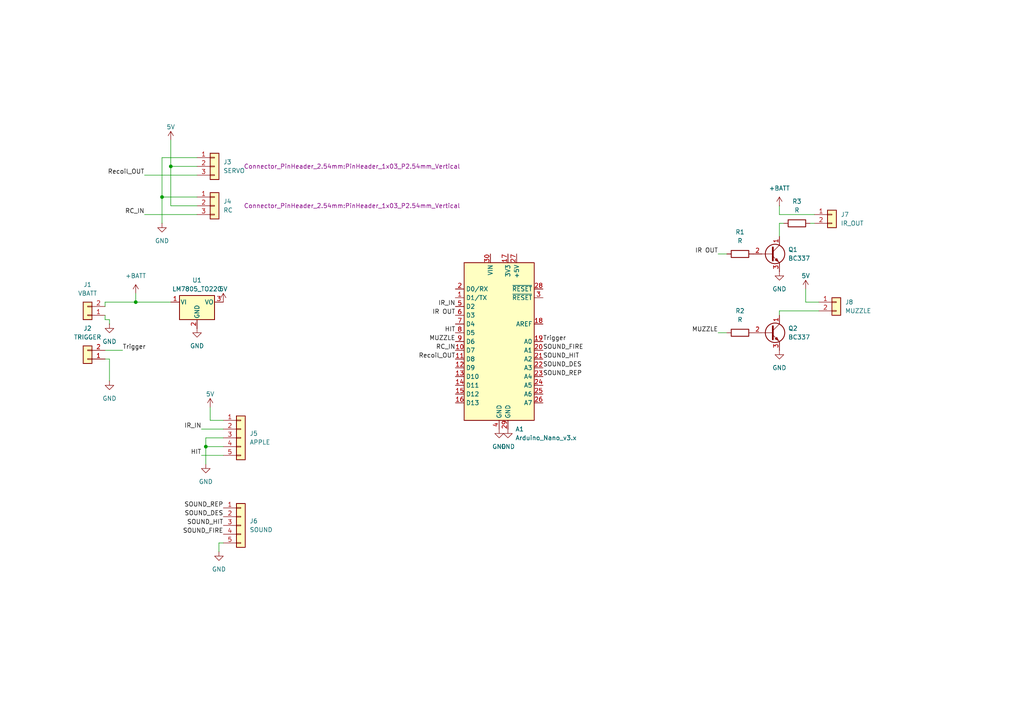
<source format=kicad_sch>
(kicad_sch (version 20250114) (generator "eeschema") (generator_version "9.0")
  (paper "A4")
  (lib_symbols
    (symbol "Connector_Generic:Conn_01x02" (pin_names (offset 1.016) (hide yes))
      (property "Reference" "J" (at 0 2.54 0))
      (property "Value" "Conn_01x02" (at 0 -5.08 0))
      (symbol "Conn_01x02_1_1"
        (rectangle (start -1.27 1.27) (end 1.27 -3.81) (stroke (width 0.254)) (fill (type background)))
        (rectangle (start -1.27 0.127) (end 0 -0.127) (stroke (width 0.1524)))
        (rectangle (start -1.27 -2.413) (end 0 -2.667) (stroke (width 0.1524)))
        (pin passive line (at -5.08 0 0) (length 3.81) (name "Pin_1") (number "1"))
        (pin passive line (at -5.08 -2.54 0) (length 3.81) (name "Pin_2") (number "2"))
      )
    )
    (symbol "Connector_Generic:Conn_01x03" (pin_names (offset 1.016) (hide yes))
      (property "Reference" "J" (at 0 5.08 0))
      (property "Value" "Conn_01x03" (at 0 -5.08 0))
      (symbol "Conn_01x03_1_1"
        (rectangle (start -1.27 3.81) (end 1.27 -3.81) (stroke (width 0.254)) (fill (type background)))
        (rectangle (start -1.27 2.667) (end 0 2.413) (stroke (width 0.1524)))
        (rectangle (start -1.27 0.127) (end 0 -0.127) (stroke (width 0.1524)))
        (rectangle (start -1.27 -2.413) (end 0 -2.667) (stroke (width 0.1524)))
        (pin passive line (at -5.08 2.54 0) (length 3.81) (name "Pin_1") (number "1"))
        (pin passive line (at -5.08 0 0) (length 3.81) (name "Pin_2") (number "2"))
        (pin passive line (at -5.08 -2.54 0) (length 3.81) (name "Pin_3") (number "3"))
      )
    )
    (symbol "Connector_Generic:Conn_01x05" (pin_names (offset 1.016) (hide yes))
      (property "Reference" "J" (at 0 7.62 0))
      (property "Value" "Conn_01x05" (at 0 -7.62 0))
      (symbol "Conn_01x05_1_1"
        (rectangle (start -1.27 6.35) (end 1.27 -6.35) (stroke (width 0.254)) (fill (type background)))
        (rectangle (start -1.27 5.207) (end 0 4.953) (stroke (width 0.1524)))
        (rectangle (start -1.27 2.667) (end 0 2.413) (stroke (width 0.1524)))
        (rectangle (start -1.27 0.127) (end 0 -0.127) (stroke (width 0.1524)))
        (rectangle (start -1.27 -2.413) (end 0 -2.667) (stroke (width 0.1524)))
        (rectangle (start -1.27 -4.953) (end 0 -5.207) (stroke (width 0.1524)))
        (pin passive line (at -5.08 5.08 0) (length 3.81) (name "Pin_1") (number "1"))
        (pin passive line (at -5.08 2.54 0) (length 3.81) (name "Pin_2") (number "2"))
        (pin passive line (at -5.08 0 0) (length 3.81) (name "Pin_3") (number "3"))
        (pin passive line (at -5.08 -2.54 0) (length 3.81) (name "Pin_4") (number "4"))
        (pin passive line (at -5.08 -5.08 0) (length 3.81) (name "Pin_5") (number "5"))
      )
    )
    (symbol "Device:R" (pin_numbers (hide yes)) (pin_names (offset 0))
      (property "Reference" "R" (at 2.032 0 90))
      (property "Value" "R" (at 0 0 90))
      (symbol "R_0_1"
        (rectangle (start -1.016 -2.54) (end 1.016 2.54) (stroke (width 0.254)))
      )
      (symbol "R_1_1"
        (pin passive line (at 0 3.81 270) (length 1.27) (name "~") (number "1"))
        (pin passive line (at 0 -3.81 90) (length 1.27) (name "~") (number "2"))
      )
    )
    (symbol "MCU_Module:Arduino_Nano_v3.x"
      (property "Reference" "A" (at -10.16 23.495 0))
      (property "Value" "Arduino_Nano_v3.x" (at 5.08 -24.13 0))
      (symbol "Arduino_Nano_v3.x_0_1"
        (rectangle (start -10.16 22.86) (end 10.16 -22.86) (stroke (width 0.254)) (fill (type background)))
      )
      (symbol "Arduino_Nano_v3.x_1_1"
        (pin bidirectional line (at -12.7 15.24 0) (length 2.54) (name "D0/RX") (number "2"))
        (pin bidirectional line (at -12.7 12.7 0) (length 2.54) (name "D1/TX") (number "1"))
        (pin bidirectional line (at -12.7 10.16 0) (length 2.54) (name "D2") (number "5"))
        (pin bidirectional line (at -12.7 7.62 0) (length 2.54) (name "D3") (number "6"))
        (pin bidirectional line (at -12.7 5.08 0) (length 2.54) (name "D4") (number "7"))
        (pin bidirectional line (at -12.7 2.54 0) (length 2.54) (name "D5") (number "8"))
        (pin bidirectional line (at -12.7 0 0) (length 2.54) (name "D6") (number "9"))
        (pin bidirectional line (at -12.7 -2.54 0) (length 2.54) (name "D7") (number "10"))
        (pin bidirectional line (at -12.7 -5.08 0) (length 2.54) (name "D8") (number "11"))
        (pin bidirectional line (at -12.7 -7.62 0) (length 2.54) (name "D9") (number "12"))
        (pin bidirectional line (at -12.7 -10.16 0) (length 2.54) (name "D10") (number "13"))
        (pin bidirectional line (at -12.7 -12.7 0) (length 2.54) (name "D11") (number "14"))
        (pin bidirectional line (at -12.7 -15.24 0) (length 2.54) (name "D12") (number "15"))
        (pin bidirectional line (at -12.7 -17.78 0) (length 2.54) (name "D13") (number "16"))
        (pin power_in line (at -2.54 25.4 270) (length 2.54) (name "VIN") (number "30"))
        (pin power_in line (at 0 -25.4 90) (length 2.54) (name "GND") (number "4"))
        (pin power_out line (at 2.54 25.4 270) (length 2.54) (name "3V3") (number "17"))
        (pin power_in line (at 2.54 -25.4 90) (length 2.54) (name "GND") (number "29"))
        (pin power_out line (at 5.08 25.4 270) (length 2.54) (name "+5V") (number "27"))
        (pin input line (at 12.7 15.24 180) (length 2.54) (name "~{RESET}") (number "28"))
        (pin input line (at 12.7 12.7 180) (length 2.54) (name "~{RESET}") (number "3"))
        (pin input line (at 12.7 5.08 180) (length 2.54) (name "AREF") (number "18"))
        (pin bidirectional line (at 12.7 0 180) (length 2.54) (name "A0") (number "19"))
        (pin bidirectional line (at 12.7 -2.54 180) (length 2.54) (name "A1") (number "20"))
        (pin bidirectional line (at 12.7 -5.08 180) (length 2.54) (name "A2") (number "21"))
        (pin bidirectional line (at 12.7 -7.62 180) (length 2.54) (name "A3") (number "22"))
        (pin bidirectional line (at 12.7 -10.16 180) (length 2.54) (name "A4") (number "23"))
        (pin bidirectional line (at 12.7 -12.7 180) (length 2.54) (name "A5") (number "24"))
        (pin bidirectional line (at 12.7 -15.24 180) (length 2.54) (name "A6") (number "25"))
        (pin bidirectional line (at 12.7 -17.78 180) (length 2.54) (name "A7") (number "26"))
      )
    )
    (symbol "Regulator_Linear:LM7805_TO220" (pin_names (offset 0.254))
      (property "Reference" "U" (at -3.81 3.175 0))
      (property "Value" "LM7805_TO220" (at 0 3.175 0))
      (symbol "LM7805_TO220_0_1"
        (rectangle (start -5.08 1.905) (end 5.08 -5.08) (stroke (width 0.254)) (fill (type background)))
      )
      (symbol "LM7805_TO220_1_1"
        (pin power_in line (at -7.62 0 0) (length 2.54) (name "VI") (number "1"))
        (pin power_in line (at 0 -7.62 90) (length 2.54) (name "GND") (number "2"))
        (pin power_out line (at 7.62 0 180) (length 2.54) (name "VO") (number "3"))
      )
    )
    (symbol "SparkFun-PowerSymbol:5V" (power) (pin_names (offset 0))
      (property "Value" "5V" (at 0 3.81 0))
      (symbol "5V_0_1"
        (polyline (pts (xy -0.762 1.27) (xy 0 2.54)))
        (polyline (pts (xy 0 2.54) (xy 0.762 1.27)))
        (polyline (pts (xy 0 0) (xy 0 2.54)))
      )
      (symbol "5V_1_1"
        (pin power_in line (at 0 0 90) (length 0) (hide yes) (name "5V") (number "1"))
      )
    )
    (symbol "Transistor_BJT:BC337" (pin_names (offset 0) (hide yes))
      (property "Reference" "Q" (at 5.08 1.905 0))
      (property "Value" "BC337" (at 5.08 0 0))
      (symbol "BC337_0_1"
        (polyline (pts (xy -2.54 0) (xy 0.635 0)))
        (polyline (pts (xy 0.635 1.905) (xy 0.635 -1.905)) (stroke (width 0.508)))
        (circle (center 1.27 0) (radius 2.8194) (stroke (width 0.254)))
      )
      (symbol "BC337_1_1"
        (polyline (pts (xy 0.635 0.635) (xy 2.54 2.54)))
        (polyline (pts (xy 0.635 -0.635) (xy 2.54 -2.54)))
        (polyline (pts (xy 1.27 -1.778) (xy 1.778 -1.27) (xy 2.286 -2.286) (xy 1.27 -1.778)) (fill (type outline)))
        (pin input line (at -5.08 0 0) (length 2.54) (name "B") (number "2"))
        (pin passive line (at 2.54 5.08 270) (length 2.54) (name "C") (number "1"))
        (pin passive line (at 2.54 -5.08 90) (length 2.54) (name "E") (number "3"))
      )
    )
    (symbol "power:+BATT" (power) (pin_numbers (hide yes)) (pin_names (offset 0) (hide yes))
      (property "Value" "+BATT" (at 0 3.556 0))
      (symbol "+BATT_0_1"
        (polyline (pts (xy -0.762 1.27) (xy 0 2.54)))
        (polyline (pts (xy 0 2.54) (xy 0.762 1.27)))
        (polyline (pts (xy 0 0) (xy 0 2.54)))
      )
      (symbol "+BATT_1_1"
        (pin power_in line (at 0 0 90) (length 0) (name "~") (number "1"))
      )
    )
    (symbol "power:GND" (power) (pin_numbers (hide yes)) (pin_names (offset 0) (hide yes))
      (property "Value" "GND" (at 0 -3.81 0))
      (symbol "GND_0_1"
        (polyline (pts (xy 0 0) (xy 0 -1.27) (xy 1.27 -1.27) (xy 0 -2.54) (xy -1.27 -1.27) (xy 0 -1.27)))
      )
      (symbol "GND_1_1"
        (pin power_in line (at 0 0 270) (length 0) (name "~") (number "1"))
      )
    )
  )
  (junction (at 59.69 129.54))
  (junction (at 39.37 87.63))
  (junction (at 49.53 48.26))
  (junction (at 46.99 57.15))
  (wire (pts (xy 60.96 118.11) (xy 60.96 121.92)))
  (wire (pts (xy 49.53 40.64) (xy 49.53 48.26)))
  (wire (pts (xy 46.99 57.15) (xy 57.15 57.15)))
  (wire (pts (xy 64.77 129.54) (xy 59.69 129.54)))
  (wire (pts (xy 57.15 45.72) (xy 46.99 45.72)))
  (wire (pts (xy 30.48 104.14) (xy 31.75 104.14)))
  (wire (pts (xy 226.06 62.23) (xy 236.22 62.23)))
  (wire (pts (xy 59.69 129.54) (xy 59.69 134.62)))
  (wire (pts (xy 39.37 85.09) (xy 39.37 87.63)))
  (wire (pts (xy 46.99 57.15) (xy 46.99 64.77)))
  (wire (pts (xy 208.28 96.52) (xy 210.82 96.52)))
  (wire (pts (xy 237.49 90.17) (xy 226.06 90.17)))
  (wire (pts (xy 59.69 127) (xy 59.69 129.54)))
  (wire (pts (xy 31.75 93.98) (xy 31.75 92.71)))
  (wire (pts (xy 64.77 121.92) (xy 60.96 121.92)))
  (wire (pts (xy 41.91 62.23) (xy 57.15 62.23)))
  (wire (pts (xy 63.5 157.48) (xy 64.77 157.48)))
  (wire (pts (xy 226.06 64.77) (xy 226.06 68.58)))
  (wire (pts (xy 226.06 90.17) (xy 226.06 91.44)))
  (wire (pts (xy 226.06 59.69) (xy 226.06 62.23)))
  (wire (pts (xy 49.53 59.69) (xy 49.53 48.26)))
  (wire (pts (xy 39.37 87.63) (xy 49.53 87.63)))
  (wire (pts (xy 233.68 83.82) (xy 233.68 87.63)))
  (wire (pts (xy 233.68 87.63) (xy 237.49 87.63)))
  (wire (pts (xy 35.56 101.6) (xy 30.48 101.6)))
  (wire (pts (xy 30.48 92.71) (xy 30.48 91.44)))
  (wire (pts (xy 31.75 92.71) (xy 30.48 92.71)))
  (wire (pts (xy 31.75 104.14) (xy 31.75 110.49)))
  (wire (pts (xy 234.95 64.77) (xy 236.22 64.77)))
  (wire (pts (xy 57.15 59.69) (xy 49.53 59.69)))
  (wire (pts (xy 30.48 87.63) (xy 39.37 87.63)))
  (wire (pts (xy 30.48 87.63) (xy 30.48 88.9)))
  (wire (pts (xy 58.42 124.46) (xy 64.77 124.46)))
  (wire (pts (xy 49.53 48.26) (xy 57.15 48.26)))
  (wire (pts (xy 41.91 50.8) (xy 57.15 50.8)))
  (wire (pts (xy 63.5 160.02) (xy 63.5 157.48)))
  (wire (pts (xy 59.69 127) (xy 64.77 127)))
  (wire (pts (xy 58.42 132.08) (xy 64.77 132.08)))
  (wire (pts (xy 46.99 45.72) (xy 46.99 57.15)))
  (wire (pts (xy 226.06 64.77) (xy 227.33 64.77)))
  (wire (pts (xy 208.28 73.66) (xy 210.82 73.66)))
  (label "IR_IN" (at 132.08 88.9 180))
  (label "Recoil_OUT" (at 41.91 50.8 180))
  (label "HIT" (at 132.08 96.52 180))
  (label "MUZZLE" (at 208.28 96.52 180))
  (label "Trigger" (at 35.56 101.6 0))
  (label "MUZZLE" (at 132.08 99.06 180))
  (label "Trigger" (at 157.48 99.06 0))
  (label "RC_IN" (at 132.08 101.6 180))
  (label "SOUND_DES" (at 64.77 149.86 180))
  (label "SOUND_REP" (at 157.48 109.22 0))
  (label "IR OUT" (at 132.08 91.44 180))
  (label "SOUND_DES" (at 157.48 106.68 0))
  (label "SOUND_FIRE" (at 64.77 154.94 180))
  (label "HIT" (at 58.42 132.08 180))
  (label "SOUND_REP" (at 64.77 147.32 180))
  (label "SOUND_HIT" (at 64.77 152.4 180))
  (label "SOUND_FIRE" (at 157.48 101.6 0))
  (label "Recoil_OUT" (at 132.08 104.14 180))
  (label "IR OUT" (at 208.28 73.66 180))
  (label "SOUND_HIT" (at 157.48 104.14 0))
  (label "RC_IN" (at 41.91 62.23 180))
  (label "IR_IN" (at 58.42 124.46 180))
  (symbol (lib_id "Connector_Generic:Conn_01x03") (at 62.23 59.69 0) (unit 1)
    (property "Reference" "J4" (at 64.77 58.4199 0) (effects (justify left)))
    (property "Value" "RC" (at 64.77 60.9599 0) (effects (justify left)))
    (property "Footprint" "Connector_PinHeader_2.54mm:PinHeader_1x03_P2.54mm_Vertical" (at 102.108 59.69 0))
    (property "Description" "Generic connector, single row, 01x03, script generated (kicad-library-utils/schlib/autogen/connector/)" (effects (hide yes)))
  )
  (symbol (lib_id "MCU_Module:Arduino_Nano_v3.x") (at 144.78 99.06 0) (unit 1)
    (property "Reference" "A1" (at 149.4633 124.46 0) (effects (justify left)))
    (property "Value" "Arduino_Nano_v3.x" (at 149.4633 127 0) (effects (justify left)))
    (property "Footprint" "Module:Arduino_Nano" (effects (hide yes)))
    (property "Datasheet" "http://www.mouser.com/pdfdocs/Gravitech_Arduino_Nano3_0.pdf" (effects (hide yes)))
    (property "Description" "Arduino Nano v3.x" (effects (hide yes)))
  )
  (symbol (lib_id "power:GND") (at 59.69 134.62 0) (unit 1)
    (property "Reference" "#PWR013" (effects (hide yes)))
    (property "Value" "GND" (at 59.69 139.7 0))
    (property "Description" "Power symbol creates a global label with name \"GND\" , ground" (effects (hide yes)))
  )
  (symbol (lib_id "Regulator_Linear:LM7805_TO220") (at 57.15 87.63 0) (unit 1)
    (property "Reference" "U1" (at 57.15 81.28 0))
    (property "Value" "LM7805_TO220" (at 57.15 83.82 0))
    (property "Footprint" "Package_TO_SOT_THT:TO-220-3_Vertical" (effects (hide yes)))
    (property "Datasheet" "https://www.onsemi.cn/PowerSolutions/document/MC7800-D.PDF" (effects (hide yes)))
    (property "Description" "Positive 1A 35V Linear Regulator, Fixed Output 5V, TO-220" (effects (hide yes)))
  )
  (symbol (lib_id "SparkFun-PowerSymbol:5V") (at 64.77 87.63 0) (unit 1)
    (property "Reference" "#PWR01" (effects (hide yes)))
    (property "Value" "5V" (at 64.77 83.82 0))
    (property "Description" "Power symbol creates a global label with name \"5V\"" (effects (hide yes)))
  )
  (symbol (lib_id "Device:R") (at 214.63 73.66 90) (unit 1)
    (property "Reference" "R1" (at 214.63 67.31 90))
    (property "Value" "R" (at 214.63 69.85 90))
    (property "Footprint" "Resistor_THT:R_Axial_DIN0204_L3.6mm_D1.6mm_P2.54mm_Vertical" (effects (hide yes)))
    (property "Description" "Resistor" (effects (hide yes)))
  )
  (symbol (lib_id "power:GND") (at 226.06 78.74 0) (unit 1)
    (property "Reference" "#PWR017" (effects (hide yes)))
    (property "Value" "GND" (at 226.06 83.82 0))
    (property "Description" "Power symbol creates a global label with name \"GND\" , ground" (effects (hide yes)))
  )
  (symbol (lib_id "Connector_Generic:Conn_01x02") (at 242.57 87.63 0) (unit 1)
    (property "Reference" "J8" (at 245.11 87.6299 0) (effects (justify left)))
    (property "Value" "MUZZLE" (at 245.11 90.1699 0) (effects (justify left)))
    (property "Footprint" "Connector_JST:JST_PH_B2B-PH-K_1x02_P2.00mm_Vertical" (effects (hide yes)))
    (property "Description" "Generic connector, single row, 01x02, script generated (kicad-library-utils/schlib/autogen/connector/)" (effects (hide yes)))
  )
  (symbol (lib_id "power:GND") (at 31.75 110.49 0) (unit 1)
    (property "Reference" "#PWR05" (effects (hide yes)))
    (property "Value" "GND" (at 31.75 115.57 0))
    (property "Description" "Power symbol creates a global label with name \"GND\" , ground" (effects (hide yes)))
  )
  (symbol (lib_id "Transistor_BJT:BC337") (at 223.52 96.52 0) (unit 1)
    (property "Reference" "Q2" (at 228.6 95.2499 0) (effects (justify left)))
    (property "Value" "BC337" (at 228.6 97.7899 0) (effects (justify left)))
    (property "Footprint" "Package_TO_SOT_THT:TO-92_Inline" (effects (hide yes)))
    (property "Datasheet" "https://diotec.com/tl_files/diotec/files/pdf/datasheets/bc337.pdf" (effects (hide yes)))
    (property "Description" "0.8A Ic, 45V Vce, NPN Transistor, TO-92" (effects (hide yes)))
  )
  (symbol (lib_id "power:GND") (at 226.06 101.6 0) (unit 1)
    (property "Reference" "#PWR018" (effects (hide yes)))
    (property "Value" "GND" (at 226.06 106.68 0))
    (property "Description" "Power symbol creates a global label with name \"GND\" , ground" (effects (hide yes)))
  )
  (symbol (lib_id "power:GND") (at 144.78 124.46 0) (unit 1)
    (property "Reference" "#PWR03" (effects (hide yes)))
    (property "Value" "GND" (at 144.78 129.54 0))
    (property "Description" "Power symbol creates a global label with name \"GND\" , ground" (effects (hide yes)))
  )
  (symbol (lib_id "Device:R") (at 214.63 96.52 90) (unit 1)
    (property "Reference" "R2" (at 214.63 90.17 90))
    (property "Value" "R" (at 214.63 92.71 90))
    (property "Footprint" "Resistor_THT:R_Axial_DIN0204_L3.6mm_D1.6mm_P2.54mm_Vertical" (effects (hide yes)))
    (property "Description" "Resistor" (effects (hide yes)))
  )
  (symbol (lib_id "Device:R") (at 231.14 64.77 90) (unit 1)
    (property "Reference" "R3" (at 231.14 58.42 90))
    (property "Value" "R" (at 231.14 60.96 90))
    (property "Footprint" "Resistor_THT:R_Axial_DIN0204_L3.6mm_D1.6mm_P2.54mm_Vertical" (effects (hide yes)))
    (property "Description" "Resistor" (effects (hide yes)))
  )
  (symbol (lib_id "power:GND") (at 63.5 160.02 0) (unit 1)
    (property "Reference" "#PWR015" (effects (hide yes)))
    (property "Value" "GND" (at 63.5 165.1 0))
    (property "Description" "Power symbol creates a global label with name \"GND\" , ground" (effects (hide yes)))
  )
  (symbol (lib_id "Connector_Generic:Conn_01x02") (at 241.3 62.23 0) (unit 1)
    (property "Reference" "J7" (at 243.84 62.2299 0) (effects (justify left)))
    (property "Value" "IR_OUT" (at 243.84 64.7699 0) (effects (justify left)))
    (property "Footprint" "Connector_JST:JST_PH_B2B-PH-K_1x02_P2.00mm_Vertical" (effects (hide yes)))
    (property "Description" "Generic connector, single row, 01x02, script generated (kicad-library-utils/schlib/autogen/connector/)" (effects (hide yes)))
  )
  (symbol (lib_id "Connector_Generic:Conn_01x02") (at 25.4 91.44 180) (unit 1)
    (property "Reference" "J1" (at 25.4 82.55 0))
    (property "Value" "VBATT" (at 25.4 85.09 0))
    (property "Footprint" "Connector_JST:JST_PH_B2B-PH-K_1x02_P2.00mm_Vertical" (effects (hide yes)))
    (property "Description" "Generic connector, single row, 01x02, script generated (kicad-library-utils/schlib/autogen/connector/)" (effects (hide yes)))
  )
  (symbol (lib_id "Transistor_BJT:BC337") (at 223.52 73.66 0) (unit 1)
    (property "Reference" "Q1" (at 228.6 72.3899 0) (effects (justify left)))
    (property "Value" "BC337" (at 228.6 74.9299 0) (effects (justify left)))
    (property "Footprint" "Package_TO_SOT_THT:TO-92_Inline" (effects (hide yes)))
    (property "Datasheet" "https://diotec.com/tl_files/diotec/files/pdf/datasheets/bc337.pdf" (effects (hide yes)))
    (property "Description" "0.8A Ic, 45V Vce, NPN Transistor, TO-92" (effects (hide yes)))
  )
  (symbol (lib_id "power:GND") (at 147.32 124.46 0) (unit 1)
    (property "Reference" "#PWR06" (effects (hide yes)))
    (property "Value" "GND" (at 147.32 129.54 0))
    (property "Description" "Power symbol creates a global label with name \"GND\" , ground" (effects (hide yes)))
  )
  (symbol (lib_id "SparkFun-PowerSymbol:5V") (at 60.96 118.11 0) (unit 1)
    (property "Reference" "#PWR014" (effects (hide yes)))
    (property "Value" "5V" (at 60.96 114.3 0))
    (property "Description" "Power symbol creates a global label with name \"5V\"" (effects (hide yes)))
  )
  (symbol (lib_id "power:GND") (at 57.15 95.25 0) (unit 1)
    (property "Reference" "#PWR02" (effects (hide yes)))
    (property "Value" "GND" (at 57.15 100.33 0))
    (property "Description" "Power symbol creates a global label with name \"GND\" , ground" (effects (hide yes)))
  )
  (symbol (lib_id "SparkFun-PowerSymbol:5V") (at 233.68 83.82 0) (unit 1)
    (property "Reference" "#PWR019" (effects (hide yes)))
    (property "Value" "5V" (at 233.68 80.01 0))
    (property "Description" "Power symbol creates a global label with name \"5V\"" (effects (hide yes)))
  )
  (symbol (lib_id "power:GND") (at 46.99 64.77 0) (unit 1)
    (property "Reference" "#PWR011" (effects (hide yes)))
    (property "Value" "GND" (at 46.99 69.85 0))
    (property "Description" "Power symbol creates a global label with name \"GND\" , ground" (effects (hide yes)))
  )
  (symbol (lib_id "SparkFun-PowerSymbol:5V") (at 49.53 40.64 0) (unit 1)
    (property "Reference" "#PWR012" (effects (hide yes)))
    (property "Value" "5V" (at 49.53 36.83 0))
    (property "Description" "Power symbol creates a global label with name \"5V\"" (effects (hide yes)))
  )
  (symbol (lib_id "power:GND") (at 31.75 93.98 0) (unit 1)
    (property "Reference" "#PWR04" (effects (hide yes)))
    (property "Value" "GND" (at 31.75 99.06 0))
    (property "Description" "Power symbol creates a global label with name \"GND\" , ground" (effects (hide yes)))
  )
  (symbol (lib_id "Connector_Generic:Conn_01x02") (at 25.4 104.14 180) (unit 1)
    (property "Reference" "J2" (at 25.4 95.25 0))
    (property "Value" "TRIGGER" (at 25.4 97.79 0))
    (property "Footprint" "Connector_JST:JST_PH_B2B-PH-K_1x02_P2.00mm_Vertical" (effects (hide yes)))
    (property "Description" "Generic connector, single row, 01x02, script generated (kicad-library-utils/schlib/autogen/connector/)" (effects (hide yes)))
  )
  (symbol (lib_id "Connector_Generic:Conn_01x03") (at 62.23 48.26 0) (unit 1)
    (property "Reference" "J3" (at 64.77 46.9899 0) (effects (justify left)))
    (property "Value" "SERVO" (at 64.77 49.5299 0) (effects (justify left)))
    (property "Footprint" "Connector_PinHeader_2.54mm:PinHeader_1x03_P2.54mm_Vertical" (at 102.108 48.26 0))
    (property "Description" "Generic connector, single row, 01x03, script generated (kicad-library-utils/schlib/autogen/connector/)" (effects (hide yes)))
  )
  (symbol (lib_id "power:+BATT") (at 39.37 85.09 0) (unit 1)
    (property "Reference" "#PWR07" (effects (hide yes)))
    (property "Value" "+BATT" (at 39.37 80.01 0))
    (property "Description" "Power symbol creates a global label with name \"+BATT\"" (effects (hide yes)))
  )
  (symbol (lib_id "power:+BATT") (at 226.06 59.69 0) (unit 1)
    (property "Reference" "#PWR016" (effects (hide yes)))
    (property "Value" "+BATT" (at 226.06 54.61 0))
    (property "Description" "Power symbol creates a global label with name \"+BATT\"" (effects (hide yes)))
  )
  (symbol (lib_id "Connector_Generic:Conn_01x05") (at 69.85 152.4 0) (unit 1)
    (property "Reference" "J6" (at 72.39 151.1299 0) (effects (justify left)))
    (property "Value" "SOUND" (at 72.39 153.6699 0) (effects (justify left)))
    (property "Footprint" "Connector_PinHeader_2.54mm:PinHeader_1x05_P2.54mm_Vertical" (effects (hide yes)))
    (property "Description" "Generic connector, single row, 01x05, script generated (kicad-library-utils/schlib/autogen/connector/)" (effects (hide yes)))
  )
  (symbol (lib_id "Connector_Generic:Conn_01x05") (at 69.85 127 0) (unit 1)
    (property "Reference" "J5" (at 72.39 125.7299 0) (effects (justify left)))
    (property "Value" "APPLE" (at 72.39 128.2699 0) (effects (justify left)))
    (property "Footprint" "Connector_JST:JST_PH_B5B-PH-K_1x05_P2.00mm_Vertical" (effects (hide yes)))
    (property "Description" "Generic connector, single row, 01x05, script generated (kicad-library-utils/schlib/autogen/connector/)" (effects (hide yes)))
  )
)
</source>
